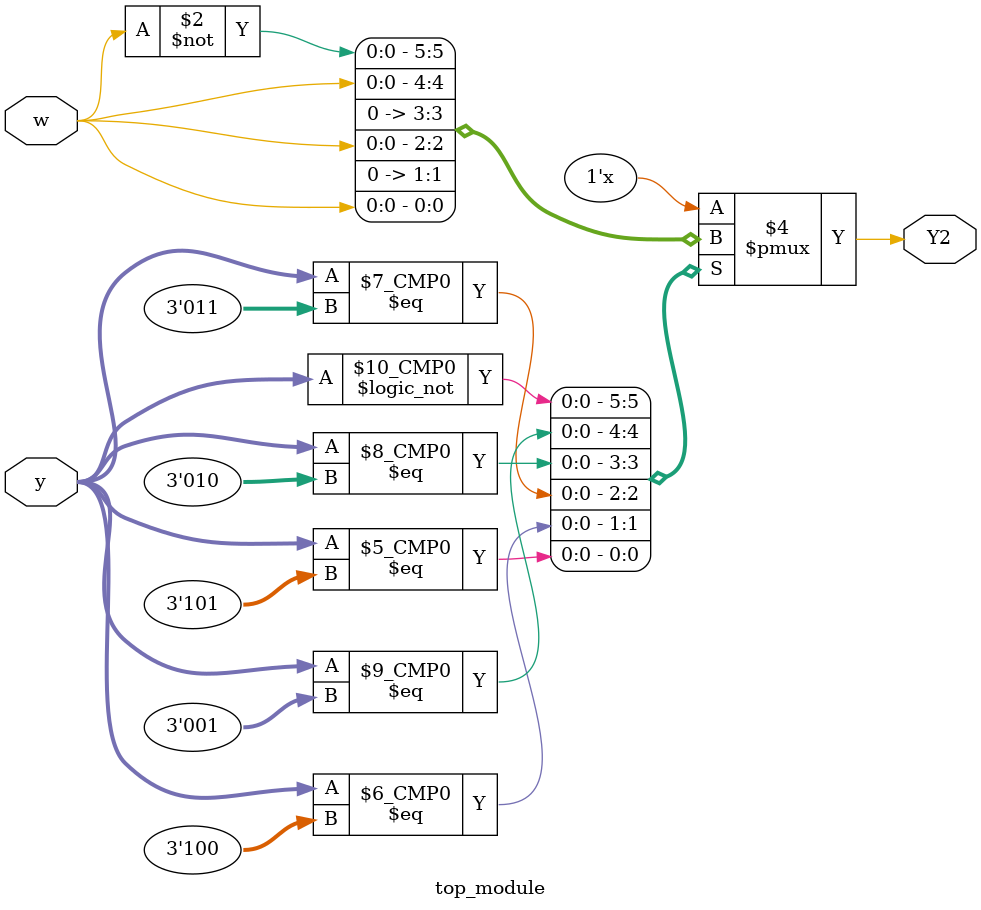
<source format=sv>
module top_module(
    input [3:1] y,
    input w,
    output reg Y2
);

always @(*) begin
    case (y)
        3'b000: Y2 = ~w;
        3'b001: Y2 = w;
        3'b010: Y2 = 1'b0;
        3'b011: Y2 = w;
        3'b100: Y2 = 1'b0;
        3'b101: Y2 = w;
        default: Y2 = 1'bx;
    endcase
end

endmodule

</source>
